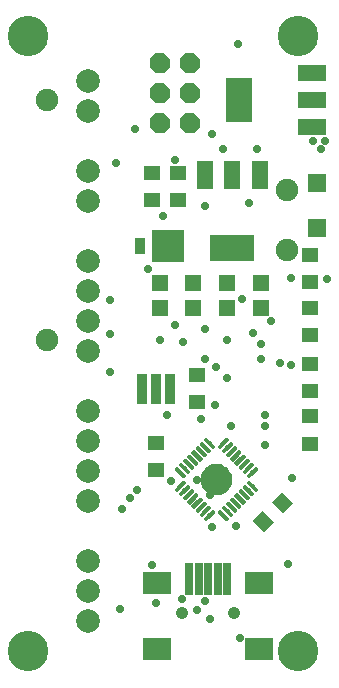
<source format=gbr>
G04 EAGLE Gerber RS-274X export*
G75*
%MOMM*%
%FSLAX34Y34*%
%LPD*%
%INSoldermask Top*%
%IPPOS*%
%AMOC8*
5,1,8,0,0,1.08239X$1,22.5*%
G01*
%ADD10C,3.429000*%
%ADD11R,1.181000X1.327000*%
%ADD12R,1.327000X1.181000*%
%ADD13R,0.635000X2.667000*%
%ADD14R,2.413000X1.905000*%
%ADD15C,1.077000*%
%ADD16R,0.827000X2.627000*%
%ADD17P,1.815168X8X292.500000*%
%ADD18R,1.327000X1.327000*%
%ADD19R,1.346200X2.362200*%
%ADD20R,3.727000X2.327000*%
%ADD21C,0.349503*%
%ADD22R,2.794000X2.667000*%
%ADD23R,0.889000X1.397000*%
%ADD24C,2.006600*%
%ADD25C,1.905000*%
%ADD26R,2.362200X1.346200*%
%ADD27R,2.327000X3.727000*%
%ADD28R,1.527000X1.527000*%
%ADD29C,0.731000*%

G36*
X192159Y163887D02*
X192159Y163887D01*
X192225Y163889D01*
X194405Y164273D01*
X194447Y164289D01*
X194512Y164302D01*
X196592Y165059D01*
X196631Y165081D01*
X196692Y165106D01*
X198610Y166212D01*
X198644Y166241D01*
X198700Y166276D01*
X200396Y167699D01*
X200425Y167733D01*
X200474Y167777D01*
X201897Y169473D01*
X201919Y169512D01*
X201961Y169563D01*
X203067Y171481D01*
X203083Y171523D01*
X203114Y171581D01*
X203871Y173661D01*
X203879Y173705D01*
X203900Y173768D01*
X204284Y175948D01*
X204284Y175993D01*
X204294Y176058D01*
X204294Y178272D01*
X204286Y178316D01*
X204284Y178382D01*
X203900Y180562D01*
X203884Y180604D01*
X203871Y180669D01*
X203114Y182749D01*
X203092Y182788D01*
X203067Y182849D01*
X201961Y184767D01*
X201932Y184801D01*
X201897Y184857D01*
X200474Y186553D01*
X200440Y186582D01*
X200396Y186631D01*
X198700Y188054D01*
X198661Y188076D01*
X198610Y188118D01*
X196692Y189224D01*
X196650Y189240D01*
X196592Y189271D01*
X194512Y190028D01*
X194468Y190036D01*
X194405Y190057D01*
X192225Y190441D01*
X192180Y190441D01*
X192115Y190451D01*
X189901Y190451D01*
X189857Y190443D01*
X189791Y190441D01*
X187611Y190057D01*
X187569Y190041D01*
X187504Y190028D01*
X185424Y189271D01*
X185385Y189249D01*
X185324Y189224D01*
X183406Y188118D01*
X183372Y188089D01*
X183316Y188054D01*
X181620Y186631D01*
X181591Y186597D01*
X181542Y186553D01*
X180119Y184857D01*
X180097Y184818D01*
X180055Y184767D01*
X178949Y182849D01*
X178933Y182807D01*
X178902Y182749D01*
X178145Y180669D01*
X178137Y180625D01*
X178116Y180562D01*
X177732Y178382D01*
X177732Y178337D01*
X177722Y178272D01*
X177722Y176058D01*
X177730Y176014D01*
X177732Y175948D01*
X178116Y173768D01*
X178132Y173726D01*
X178145Y173661D01*
X178902Y171581D01*
X178924Y171542D01*
X178949Y171481D01*
X180055Y169563D01*
X180084Y169529D01*
X180119Y169473D01*
X181542Y167777D01*
X181576Y167748D01*
X181620Y167699D01*
X183316Y166276D01*
X183355Y166254D01*
X183406Y166212D01*
X185324Y165106D01*
X185366Y165090D01*
X185424Y165059D01*
X187504Y164302D01*
X187548Y164294D01*
X187611Y164273D01*
X189791Y163889D01*
X189836Y163889D01*
X189901Y163879D01*
X192115Y163879D01*
X192159Y163887D01*
G37*
D10*
X31750Y552450D03*
X31750Y31750D03*
X260350Y31750D03*
X260350Y552450D03*
D11*
G36*
X239332Y140930D02*
X230981Y132579D01*
X221598Y141962D01*
X229949Y150313D01*
X239332Y140930D01*
G37*
G36*
X255652Y157250D02*
X247301Y148899D01*
X237918Y158282D01*
X246269Y166633D01*
X255652Y157250D01*
G37*
D12*
X136525Y413910D03*
X136525Y436990D03*
D13*
X200152Y92837D03*
X192152Y92837D03*
X184152Y92837D03*
X176152Y92837D03*
X168152Y92837D03*
D14*
X227327Y33357D03*
X227327Y89237D03*
X140967Y89237D03*
X140967Y33357D03*
D15*
X206152Y63837D03*
X162152Y63837D03*
D16*
X151700Y253825D03*
X139700Y253825D03*
X127700Y253825D03*
D17*
X142875Y530225D03*
X168275Y530225D03*
X142875Y504825D03*
X168275Y504825D03*
X142875Y479425D03*
X168275Y479425D03*
D18*
X171450Y343875D03*
X171450Y322875D03*
X142875Y343875D03*
X142875Y322875D03*
D12*
X158750Y413910D03*
X158750Y436990D03*
D18*
X200025Y322875D03*
X200025Y343875D03*
X228600Y322875D03*
X228600Y343875D03*
D19*
X227584Y435483D03*
X204470Y435483D03*
X181356Y435483D03*
D20*
X204470Y373505D03*
D21*
X188167Y205158D02*
X187764Y204755D01*
X182153Y210366D01*
X182556Y210769D01*
X188167Y205158D01*
X185250Y208075D02*
X184444Y208075D01*
X184632Y201622D02*
X184229Y201219D01*
X178618Y206830D01*
X179021Y207233D01*
X184632Y201622D01*
X181715Y204539D02*
X180909Y204539D01*
X181096Y198086D02*
X180693Y197683D01*
X175082Y203294D01*
X175485Y203697D01*
X181096Y198086D01*
X178179Y201003D02*
X177373Y201003D01*
X177561Y194551D02*
X177158Y194148D01*
X171547Y199759D01*
X171950Y200162D01*
X177561Y194551D01*
X174644Y197468D02*
X173838Y197468D01*
X174025Y191015D02*
X173622Y190612D01*
X168011Y196223D01*
X168414Y196626D01*
X174025Y191015D01*
X171108Y193932D02*
X170302Y193932D01*
X170490Y187480D02*
X170087Y187077D01*
X164476Y192688D01*
X164879Y193091D01*
X170490Y187480D01*
X167573Y190397D02*
X166767Y190397D01*
X166954Y183944D02*
X166551Y183541D01*
X160940Y189152D01*
X161343Y189555D01*
X166954Y183944D01*
X164037Y186861D02*
X163231Y186861D01*
X163418Y180409D02*
X163015Y180006D01*
X157404Y185617D01*
X157807Y186020D01*
X163418Y180409D01*
X160501Y183326D02*
X159695Y183326D01*
X163015Y174324D02*
X163418Y173921D01*
X157807Y168310D01*
X157404Y168713D01*
X163015Y174324D01*
X161127Y171630D02*
X160321Y171630D01*
X166551Y170789D02*
X166954Y170386D01*
X161343Y164775D01*
X160940Y165178D01*
X166551Y170789D01*
X164663Y168095D02*
X163857Y168095D01*
X170087Y167253D02*
X170490Y166850D01*
X164879Y161239D01*
X164476Y161642D01*
X170087Y167253D01*
X168199Y164559D02*
X167393Y164559D01*
X173622Y163718D02*
X174025Y163315D01*
X168414Y157704D01*
X168011Y158107D01*
X173622Y163718D01*
X171734Y161024D02*
X170928Y161024D01*
X177158Y160182D02*
X177561Y159779D01*
X171950Y154168D01*
X171547Y154571D01*
X177158Y160182D01*
X175270Y157488D02*
X174464Y157488D01*
X180693Y156647D02*
X181096Y156244D01*
X175485Y150633D01*
X175082Y151036D01*
X180693Y156647D01*
X178805Y153953D02*
X177999Y153953D01*
X184229Y153111D02*
X184632Y152708D01*
X179021Y147097D01*
X178618Y147500D01*
X184229Y153111D01*
X182341Y150417D02*
X181535Y150417D01*
X187764Y149575D02*
X188167Y149172D01*
X182556Y143561D01*
X182153Y143964D01*
X187764Y149575D01*
X185876Y146881D02*
X185070Y146881D01*
X199460Y143561D02*
X199863Y143964D01*
X199460Y143561D02*
X193849Y149172D01*
X194252Y149575D01*
X199863Y143964D01*
X196946Y146881D02*
X196140Y146881D01*
X202995Y147097D02*
X203398Y147500D01*
X202995Y147097D02*
X197384Y152708D01*
X197787Y153111D01*
X203398Y147500D01*
X200481Y150417D02*
X199675Y150417D01*
X206531Y150633D02*
X206934Y151036D01*
X206531Y150633D02*
X200920Y156244D01*
X201323Y156647D01*
X206934Y151036D01*
X204017Y153953D02*
X203211Y153953D01*
X210066Y154168D02*
X210469Y154571D01*
X210066Y154168D02*
X204455Y159779D01*
X204858Y160182D01*
X210469Y154571D01*
X207552Y157488D02*
X206746Y157488D01*
X213602Y157704D02*
X214005Y158107D01*
X213602Y157704D02*
X207991Y163315D01*
X208394Y163718D01*
X214005Y158107D01*
X211088Y161024D02*
X210282Y161024D01*
X217137Y161239D02*
X217540Y161642D01*
X217137Y161239D02*
X211526Y166850D01*
X211929Y167253D01*
X217540Y161642D01*
X214623Y164559D02*
X213817Y164559D01*
X220673Y164775D02*
X221076Y165178D01*
X220673Y164775D02*
X215062Y170386D01*
X215465Y170789D01*
X221076Y165178D01*
X218159Y168095D02*
X217353Y168095D01*
X224209Y168310D02*
X224612Y168713D01*
X224209Y168310D02*
X218598Y173921D01*
X219001Y174324D01*
X224612Y168713D01*
X221695Y171630D02*
X220889Y171630D01*
X224612Y185617D02*
X224209Y186020D01*
X224612Y185617D02*
X219001Y180006D01*
X218598Y180409D01*
X224209Y186020D01*
X222321Y183326D02*
X221515Y183326D01*
X221076Y189152D02*
X220673Y189555D01*
X221076Y189152D02*
X215465Y183541D01*
X215062Y183944D01*
X220673Y189555D01*
X218785Y186861D02*
X217979Y186861D01*
X217540Y192688D02*
X217137Y193091D01*
X217540Y192688D02*
X211929Y187077D01*
X211526Y187480D01*
X217137Y193091D01*
X215249Y190397D02*
X214443Y190397D01*
X214005Y196223D02*
X213602Y196626D01*
X214005Y196223D02*
X208394Y190612D01*
X207991Y191015D01*
X213602Y196626D01*
X211714Y193932D02*
X210908Y193932D01*
X210469Y199759D02*
X210066Y200162D01*
X210469Y199759D02*
X204858Y194148D01*
X204455Y194551D01*
X210066Y200162D01*
X208178Y197468D02*
X207372Y197468D01*
X206934Y203294D02*
X206531Y203697D01*
X206934Y203294D02*
X201323Y197683D01*
X200920Y198086D01*
X206531Y203697D01*
X204643Y201003D02*
X203837Y201003D01*
X203398Y206830D02*
X202995Y207233D01*
X203398Y206830D02*
X197787Y201219D01*
X197384Y201622D01*
X202995Y207233D01*
X201107Y204539D02*
X200301Y204539D01*
X199863Y210366D02*
X199460Y210769D01*
X199863Y210366D02*
X194252Y204755D01*
X193849Y205158D01*
X199460Y210769D01*
X197572Y208075D02*
X196766Y208075D01*
D22*
X149875Y374650D03*
D23*
X126375Y374650D03*
D12*
X269875Y299610D03*
X269875Y322690D03*
D24*
X82550Y361950D03*
X82550Y336550D03*
X82550Y311150D03*
X82550Y285750D03*
D12*
X269875Y207535D03*
X269875Y230615D03*
D25*
X250825Y422275D03*
X250825Y371475D03*
X47625Y498475D03*
X47625Y295275D03*
D24*
X82550Y158750D03*
X82550Y184150D03*
X82550Y209550D03*
X82550Y234950D03*
X82550Y412750D03*
X82550Y438150D03*
X82550Y488950D03*
X82550Y514350D03*
X82550Y107950D03*
X82550Y82550D03*
X82550Y57150D03*
D12*
X269875Y275065D03*
X269875Y251985D03*
X174625Y242460D03*
X174625Y265540D03*
X139700Y208390D03*
X139700Y185310D03*
D26*
X272288Y475361D03*
X272288Y498475D03*
X272288Y521589D03*
D27*
X210310Y498475D03*
D28*
X276225Y428575D03*
X276225Y390575D03*
D12*
X269875Y344060D03*
X269875Y367140D03*
D29*
X218821Y410972D03*
X181737Y408940D03*
X155575Y307975D03*
X284480Y347345D03*
X210947Y42799D03*
X152575Y176050D03*
X174400Y177225D03*
X111125Y152400D03*
X185225Y163725D03*
X185900Y59525D03*
X255016Y178435D03*
X121666Y473710D03*
X212725Y330200D03*
X100584Y300355D03*
X100584Y328930D03*
X100584Y268605D03*
X155575Y447675D03*
X189738Y240665D03*
X139700Y73025D03*
X251841Y105410D03*
X108966Y67310D03*
X105791Y445135D03*
X253746Y274447D03*
X253746Y347472D03*
X149225Y231775D03*
X136525Y104775D03*
X228600Y292100D03*
X273050Y463550D03*
X282575Y463550D03*
X279400Y457200D03*
X146050Y400050D03*
X244475Y276225D03*
X207400Y138225D03*
X231775Y231775D03*
X177800Y228600D03*
X196850Y457200D03*
X203200Y222250D03*
X231775Y222250D03*
X228600Y279400D03*
X231775Y206375D03*
X225425Y457200D03*
X236883Y311150D03*
X190500Y272161D03*
X117475Y161925D03*
X180975Y279400D03*
X187400Y137225D03*
X180975Y304800D03*
X187325Y469900D03*
X200124Y263525D03*
X133350Y355600D03*
X174625Y66675D03*
X181257Y74031D03*
X200025Y295275D03*
X222250Y301625D03*
X142875Y295275D03*
X161925Y76200D03*
X162306Y293370D03*
X123825Y168275D03*
X209550Y546100D03*
M02*

</source>
